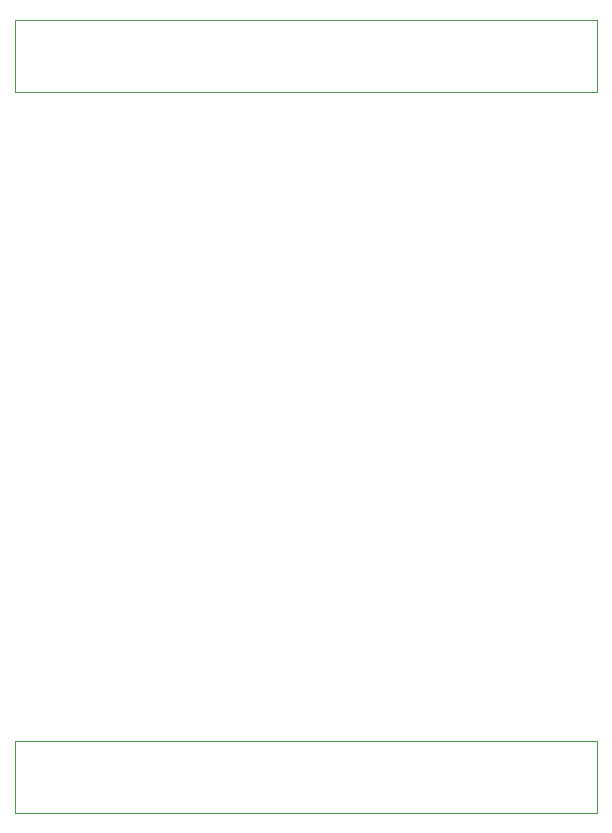
<source format=gbr>
%TF.GenerationSoftware,KiCad,Pcbnew,6.0.2+dfsg-1*%
%TF.CreationDate,2023-04-17T17:18:00+02:00*%
%TF.ProjectId,TransportPlatform_PCB,5472616e-7370-46f7-9274-506c6174666f,rev?*%
%TF.SameCoordinates,Original*%
%TF.FileFunction,Other,User*%
%FSLAX46Y46*%
G04 Gerber Fmt 4.6, Leading zero omitted, Abs format (unit mm)*
G04 Created by KiCad (PCBNEW 6.0.2+dfsg-1) date 2023-04-17 17:18:00*
%MOMM*%
%LPD*%
G01*
G04 APERTURE LIST*
%ADD10C,0.050000*%
G04 APERTURE END LIST*
D10*
%TO.C,J2*%
X110478000Y-88009000D02*
X110478000Y-94109000D01*
X159778000Y-88009000D02*
X110478000Y-88009000D01*
X159778000Y-94109000D02*
X159778000Y-88009000D01*
X110478000Y-94109000D02*
X159778000Y-94109000D01*
%TO.C,J1*%
X159778000Y-33109000D02*
X159778000Y-27009000D01*
X110478000Y-27009000D02*
X110478000Y-33109000D01*
X110478000Y-33109000D02*
X159778000Y-33109000D01*
X159778000Y-27009000D02*
X110478000Y-27009000D01*
%TD*%
M02*

</source>
